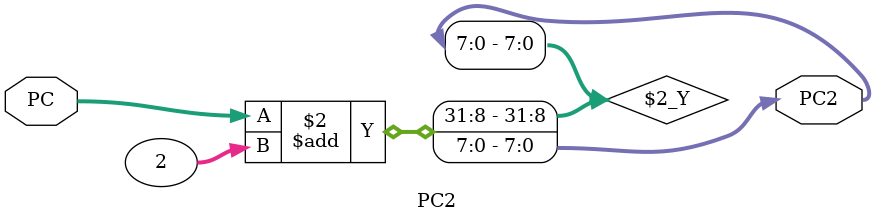
<source format=v>
module PC2 (
  input [7:0] PC,
  output reg [7:0] PC2
);

  always @(*) begin
    PC2 = PC + 2;
  end

endmodule
</source>
